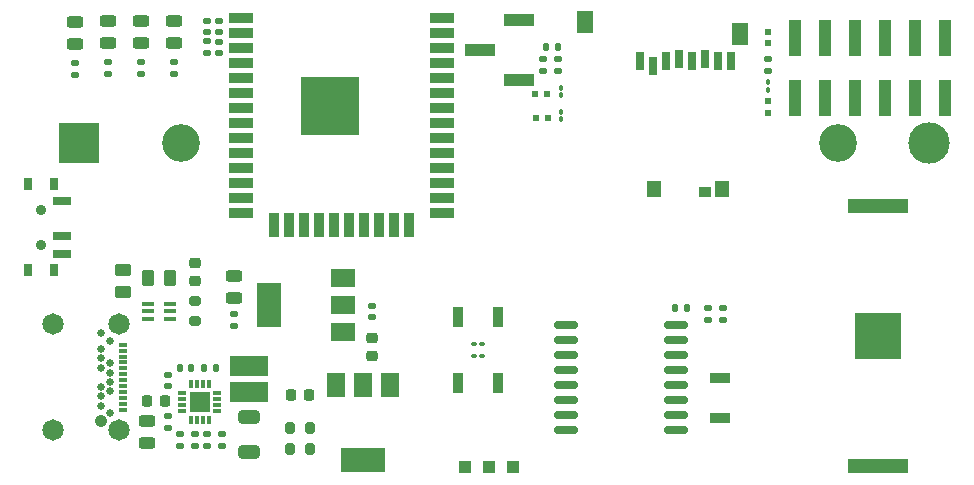
<source format=gbr>
%TF.GenerationSoftware,KiCad,Pcbnew,(6.0.2-0)*%
%TF.CreationDate,2022-09-10T16:34:37-06:00*%
%TF.ProjectId,Sensor Data Logger,53656e73-6f72-4204-9461-7461204c6f67,rev?*%
%TF.SameCoordinates,Original*%
%TF.FileFunction,Soldermask,Top*%
%TF.FilePolarity,Negative*%
%FSLAX46Y46*%
G04 Gerber Fmt 4.6, Leading zero omitted, Abs format (unit mm)*
G04 Created by KiCad (PCBNEW (6.0.2-0)) date 2022-09-10 16:34:37*
%MOMM*%
%LPD*%
G01*
G04 APERTURE LIST*
G04 Aperture macros list*
%AMRoundRect*
0 Rectangle with rounded corners*
0 $1 Rounding radius*
0 $2 $3 $4 $5 $6 $7 $8 $9 X,Y pos of 4 corners*
0 Add a 4 corners polygon primitive as box body*
4,1,4,$2,$3,$4,$5,$6,$7,$8,$9,$2,$3,0*
0 Add four circle primitives for the rounded corners*
1,1,$1+$1,$2,$3*
1,1,$1+$1,$4,$5*
1,1,$1+$1,$6,$7*
1,1,$1+$1,$8,$9*
0 Add four rect primitives between the rounded corners*
20,1,$1+$1,$2,$3,$4,$5,0*
20,1,$1+$1,$4,$5,$6,$7,0*
20,1,$1+$1,$6,$7,$8,$9,0*
20,1,$1+$1,$8,$9,$2,$3,0*%
G04 Aperture macros list end*
%ADD10RoundRect,0.200000X0.275000X-0.200000X0.275000X0.200000X-0.275000X0.200000X-0.275000X-0.200000X0*%
%ADD11R,0.500000X0.600000*%
%ADD12RoundRect,0.225000X0.250000X-0.225000X0.250000X0.225000X-0.250000X0.225000X-0.250000X-0.225000X0*%
%ADD13RoundRect,0.135000X0.185000X-0.135000X0.185000X0.135000X-0.185000X0.135000X-0.185000X-0.135000X0*%
%ADD14R,2.000000X1.500000*%
%ADD15R,2.000000X3.800000*%
%ADD16RoundRect,0.100000X-0.100000X0.130000X-0.100000X-0.130000X0.100000X-0.130000X0.100000X0.130000X0*%
%ADD17R,0.600000X0.500000*%
%ADD18RoundRect,0.100000X0.130000X0.100000X-0.130000X0.100000X-0.130000X-0.100000X0.130000X-0.100000X0*%
%ADD19C,0.900000*%
%ADD20R,0.800000X1.000000*%
%ADD21R,1.500000X0.700000*%
%ADD22RoundRect,0.243750X-0.456250X0.243750X-0.456250X-0.243750X0.456250X-0.243750X0.456250X0.243750X0*%
%ADD23R,1.000000X1.000000*%
%ADD24R,1.000000X3.150000*%
%ADD25R,0.900000X1.700000*%
%ADD26RoundRect,0.135000X-0.185000X0.135000X-0.185000X-0.135000X0.185000X-0.135000X0.185000X0.135000X0*%
%ADD27RoundRect,0.140000X-0.170000X0.140000X-0.170000X-0.140000X0.170000X-0.140000X0.170000X0.140000X0*%
%ADD28C,0.650000*%
%ADD29C,1.070000*%
%ADD30R,0.700000X0.350000*%
%ADD31C,1.815000*%
%ADD32RoundRect,0.140000X0.140000X0.170000X-0.140000X0.170000X-0.140000X-0.170000X0.140000X-0.170000X0*%
%ADD33RoundRect,0.140000X0.170000X-0.140000X0.170000X0.140000X-0.170000X0.140000X-0.170000X-0.140000X0*%
%ADD34R,1.300000X1.400000*%
%ADD35R,1.000000X0.950000*%
%ADD36R,1.400000X1.900000*%
%ADD37R,0.800000X1.500000*%
%ADD38RoundRect,0.135000X-0.135000X-0.185000X0.135000X-0.185000X0.135000X0.185000X-0.135000X0.185000X0*%
%ADD39R,5.080000X1.270000*%
%ADD40R,3.960000X3.960000*%
%ADD41RoundRect,0.225000X-0.225000X-0.250000X0.225000X-0.250000X0.225000X0.250000X-0.225000X0.250000X0*%
%ADD42R,1.700000X0.900000*%
%ADD43R,2.000000X0.900000*%
%ADD44R,0.900000X2.000000*%
%ADD45R,5.000000X5.000000*%
%ADD46R,1.050000X0.400000*%
%ADD47RoundRect,0.100000X-0.130000X-0.100000X0.130000X-0.100000X0.130000X0.100000X-0.130000X0.100000X0*%
%ADD48RoundRect,0.250000X-0.262500X-0.450000X0.262500X-0.450000X0.262500X0.450000X-0.262500X0.450000X0*%
%ADD49R,1.500000X2.000000*%
%ADD50R,3.800000X2.000000*%
%ADD51RoundRect,0.243750X0.456250X-0.243750X0.456250X0.243750X-0.456250X0.243750X-0.456250X-0.243750X0*%
%ADD52RoundRect,0.200000X-0.200000X-0.275000X0.200000X-0.275000X0.200000X0.275000X-0.200000X0.275000X0*%
%ADD53R,0.800000X0.300000*%
%ADD54R,0.300000X0.800000*%
%ADD55R,1.760000X1.760000*%
%ADD56RoundRect,0.250000X0.450000X-0.262500X0.450000X0.262500X-0.450000X0.262500X-0.450000X-0.262500X0*%
%ADD57RoundRect,0.250000X-0.650000X0.325000X-0.650000X-0.325000X0.650000X-0.325000X0.650000X0.325000X0*%
%ADD58R,2.510000X1.000000*%
%ADD59RoundRect,0.218750X0.218750X0.256250X-0.218750X0.256250X-0.218750X-0.256250X0.218750X-0.256250X0*%
%ADD60R,3.200000X1.750000*%
%ADD61RoundRect,0.150000X-0.875000X-0.150000X0.875000X-0.150000X0.875000X0.150000X-0.875000X0.150000X0*%
%ADD62RoundRect,0.140000X-0.140000X-0.170000X0.140000X-0.170000X0.140000X0.170000X-0.140000X0.170000X0*%
%ADD63C,3.200000*%
%ADD64R,3.500000X3.500000*%
%ADD65C,3.500000*%
G04 APERTURE END LIST*
D10*
%TO.C,R18*%
X134620000Y-83375000D03*
X134620000Y-81725000D03*
%TD*%
D11*
%TO.C,D3*%
X183134000Y-65778000D03*
X183134000Y-64778000D03*
%TD*%
D12*
%TO.C,C16*%
X134620000Y-80023000D03*
X134620000Y-78473000D03*
%TD*%
D13*
%TO.C,R1*%
X137922000Y-83820000D03*
X137922000Y-82800000D03*
%TD*%
D14*
%TO.C,U1*%
X147168000Y-84342000D03*
D15*
X140868000Y-82042000D03*
D14*
X147168000Y-82042000D03*
X147168000Y-79742000D03*
%TD*%
D16*
%TO.C,R6*%
X183134000Y-63180000D03*
X183134000Y-63820000D03*
%TD*%
D17*
%TO.C,D5*%
X163522000Y-66228000D03*
X164522000Y-66228000D03*
%TD*%
D18*
%TO.C,C6*%
X158894000Y-85344000D03*
X158254000Y-85344000D03*
%TD*%
D19*
%TO.C,SW4*%
X121590000Y-76938000D03*
D20*
X120490000Y-79088000D03*
X122700000Y-71788000D03*
D19*
X121590000Y-73938000D03*
D20*
X122700000Y-79088000D03*
X120490000Y-71788000D03*
D21*
X123350000Y-73188000D03*
X123350000Y-76188000D03*
X123350000Y-77688000D03*
%TD*%
D22*
%TO.C,D10*%
X130048000Y-57990500D03*
X130048000Y-59865500D03*
%TD*%
D13*
%TO.C,R21*%
X127254000Y-62486000D03*
X127254000Y-61466000D03*
%TD*%
%TO.C,R11*%
X132330000Y-92458000D03*
X132330000Y-91438000D03*
%TD*%
D23*
%TO.C,TP1*%
X157480000Y-95758000D03*
%TD*%
D24*
%TO.C,J1*%
X185420000Y-64486000D03*
X185420000Y-59436000D03*
X187960000Y-64486000D03*
X187960000Y-59436000D03*
X190500000Y-64486000D03*
X190500000Y-59436000D03*
X193040000Y-64486000D03*
X193040000Y-59436000D03*
X195580000Y-64486000D03*
X195580000Y-59436000D03*
X198120000Y-64486000D03*
X198120000Y-59436000D03*
%TD*%
D25*
%TO.C,SW2*%
X156929000Y-88591000D03*
X160329000Y-88591000D03*
%TD*%
D11*
%TO.C,D4*%
X183134000Y-59874000D03*
X183134000Y-58874000D03*
%TD*%
D26*
%TO.C,R12*%
X133346000Y-92964000D03*
X133346000Y-93984000D03*
%TD*%
D27*
%TO.C,C9*%
X164084000Y-61214000D03*
X164084000Y-62174000D03*
%TD*%
D13*
%TO.C,R4*%
X179324000Y-83314000D03*
X179324000Y-82294000D03*
%TD*%
D26*
%TO.C,R13*%
X135681500Y-92962000D03*
X135681500Y-93982000D03*
%TD*%
D28*
%TO.C,J6*%
X126702000Y-84413000D03*
D29*
X126702000Y-91863000D03*
D30*
X128512000Y-85388000D03*
X128512000Y-85888000D03*
X128512000Y-86388000D03*
X128512000Y-86888000D03*
X128512000Y-87388000D03*
X128512000Y-87888000D03*
X128512000Y-88388000D03*
X128512000Y-88888000D03*
X128512000Y-89388000D03*
X128512000Y-89888000D03*
X128512000Y-90388000D03*
X128512000Y-90888000D03*
D28*
X127402000Y-91188000D03*
X126702000Y-90538000D03*
X126702000Y-89738000D03*
X127402000Y-89338000D03*
X126702000Y-88938000D03*
X127402000Y-88538000D03*
X127402000Y-87738000D03*
X126702000Y-87338000D03*
X127402000Y-86938000D03*
X126702000Y-86538000D03*
X126702000Y-85738000D03*
X127402000Y-85088000D03*
D31*
X128202000Y-83638000D03*
X128202000Y-92638000D03*
X122602000Y-92638000D03*
X122602000Y-83638000D03*
%TD*%
D32*
%TO.C,C8*%
X176276000Y-82296000D03*
X175316000Y-82296000D03*
%TD*%
D23*
%TO.C,TP2*%
X159512000Y-95758000D03*
%TD*%
D33*
%TO.C,C5*%
X135636000Y-58900000D03*
X135636000Y-57940000D03*
%TD*%
D16*
%TO.C,R7*%
X165608000Y-65654000D03*
X165608000Y-66294000D03*
%TD*%
D13*
%TO.C,R23*%
X132842000Y-62486000D03*
X132842000Y-61466000D03*
%TD*%
D34*
%TO.C,J5*%
X179219000Y-72223000D03*
D35*
X177829000Y-72449000D03*
D34*
X173519000Y-72223000D03*
D36*
X180819000Y-59074000D03*
X167669000Y-58074000D03*
D37*
X172329000Y-61363000D03*
X173429000Y-61763000D03*
X174529000Y-61363000D03*
X175629000Y-61163000D03*
X176729000Y-61363000D03*
X177829000Y-61163000D03*
X178929000Y-61363000D03*
X180029000Y-61363000D03*
%TD*%
D38*
%TO.C,R8*%
X164336000Y-60198000D03*
X165356000Y-60198000D03*
%TD*%
D26*
%TO.C,R15*%
X136902000Y-92962000D03*
X136902000Y-93982000D03*
%TD*%
D39*
%TO.C,BT1*%
X192456000Y-73677500D03*
X192456000Y-95647500D03*
D40*
X192456000Y-84662500D03*
%TD*%
D41*
%TO.C,C11*%
X130539000Y-90170000D03*
X132089000Y-90170000D03*
%TD*%
D42*
%TO.C,SW3*%
X179070000Y-91616000D03*
X179070000Y-88216000D03*
%TD*%
D43*
%TO.C,U2*%
X138566000Y-57701000D03*
X138566000Y-58971000D03*
X138566000Y-60241000D03*
X138566000Y-61511000D03*
X138566000Y-62781000D03*
X138566000Y-64051000D03*
X138566000Y-65321000D03*
X138566000Y-66591000D03*
X138566000Y-67861000D03*
X138566000Y-69131000D03*
X138566000Y-70401000D03*
X138566000Y-71671000D03*
X138566000Y-72941000D03*
X138566000Y-74211000D03*
D44*
X141351000Y-75211000D03*
X142621000Y-75211000D03*
X143891000Y-75211000D03*
X145161000Y-75211000D03*
X146431000Y-75211000D03*
X147701000Y-75211000D03*
X148971000Y-75211000D03*
X150241000Y-75211000D03*
X151511000Y-75211000D03*
X152781000Y-75211000D03*
D43*
X155566000Y-74211000D03*
X155566000Y-72941000D03*
X155566000Y-71671000D03*
X155566000Y-70401000D03*
X155566000Y-69131000D03*
X155566000Y-67861000D03*
X155566000Y-66591000D03*
X155566000Y-65321000D03*
X155566000Y-64051000D03*
X155566000Y-62781000D03*
X155566000Y-61511000D03*
X155566000Y-60241000D03*
X155566000Y-58971000D03*
X155566000Y-57701000D03*
D45*
X146066000Y-65201000D03*
%TD*%
D27*
%TO.C,C2*%
X149606000Y-82070000D03*
X149606000Y-83030000D03*
%TD*%
D13*
%TO.C,R3*%
X124460000Y-62566500D03*
X124460000Y-61546500D03*
%TD*%
D46*
%TO.C,Q2*%
X130622000Y-81900000D03*
X130622000Y-82550000D03*
X130622000Y-83200000D03*
X132522000Y-83200000D03*
X132522000Y-82550000D03*
X132522000Y-81900000D03*
%TD*%
D33*
%TO.C,C4*%
X136652000Y-58900000D03*
X136652000Y-57940000D03*
%TD*%
D47*
%TO.C,C7*%
X158267000Y-86305000D03*
X158907000Y-86305000D03*
%TD*%
D17*
%TO.C,D6*%
X163447000Y-64196000D03*
X164447000Y-64196000D03*
%TD*%
D48*
%TO.C,R20*%
X130659500Y-79756000D03*
X132484500Y-79756000D03*
%TD*%
D22*
%TO.C,D9*%
X127254000Y-57990500D03*
X127254000Y-59865500D03*
%TD*%
D49*
%TO.C,Q1*%
X151153750Y-88812000D03*
X148853750Y-88812000D03*
D50*
X148853750Y-95112000D03*
D49*
X146553750Y-88812000D03*
%TD*%
D51*
%TO.C,D7*%
X130552000Y-93726000D03*
X130552000Y-91851000D03*
%TD*%
D52*
%TO.C,R16*%
X142698750Y-92470000D03*
X144348750Y-92470000D03*
%TD*%
D53*
%TO.C,IC1*%
X133540000Y-89483000D03*
X133540000Y-89983000D03*
X133540000Y-90483000D03*
X133540000Y-90983000D03*
D54*
X134290000Y-91733000D03*
X134790000Y-91733000D03*
X135290000Y-91733000D03*
X135790000Y-91733000D03*
D53*
X136540000Y-90983000D03*
X136540000Y-90483000D03*
X136540000Y-89983000D03*
X136540000Y-89483000D03*
D54*
X135790000Y-88733000D03*
X135290000Y-88733000D03*
X134790000Y-88733000D03*
X134290000Y-88733000D03*
D55*
X135040000Y-90233000D03*
%TD*%
D22*
%TO.C,D2*%
X124460000Y-58069000D03*
X124460000Y-59944000D03*
%TD*%
D56*
%TO.C,R19*%
X128524000Y-80922500D03*
X128524000Y-79097500D03*
%TD*%
D22*
%TO.C,D11*%
X132842000Y-57990500D03*
X132842000Y-59865500D03*
%TD*%
D27*
%TO.C,C10*%
X165354000Y-61214000D03*
X165354000Y-62174000D03*
%TD*%
D13*
%TO.C,R22*%
X130048000Y-62486000D03*
X130048000Y-61466000D03*
%TD*%
D57*
%TO.C,C15*%
X139188000Y-91540000D03*
X139188000Y-94490000D03*
%TD*%
D25*
%TO.C,SW1*%
X160274000Y-83058000D03*
X156874000Y-83058000D03*
%TD*%
D13*
%TO.C,R10*%
X183134000Y-62232000D03*
X183134000Y-61212000D03*
%TD*%
D26*
%TO.C,R14*%
X134616000Y-92962000D03*
X134616000Y-93982000D03*
%TD*%
%TO.C,R5*%
X178054000Y-82294000D03*
X178054000Y-83314000D03*
%TD*%
D58*
%TO.C,J4*%
X162060000Y-62992000D03*
X158750000Y-60452000D03*
X162060000Y-57912000D03*
%TD*%
D59*
%TO.C,D8*%
X144311250Y-89662000D03*
X142736250Y-89662000D03*
%TD*%
D32*
%TO.C,C13*%
X134334000Y-87376000D03*
X133374000Y-87376000D03*
%TD*%
D60*
%TO.C,L1*%
X139188000Y-87210000D03*
X139188000Y-89410000D03*
%TD*%
D22*
%TO.C,D1*%
X137922000Y-79580500D03*
X137922000Y-81455500D03*
%TD*%
D23*
%TO.C,TP3*%
X161544000Y-95758000D03*
%TD*%
D52*
%TO.C,R17*%
X142698750Y-94234000D03*
X144348750Y-94234000D03*
%TD*%
D61*
%TO.C,U3*%
X166038000Y-83693000D03*
X166038000Y-84963000D03*
X166038000Y-86233000D03*
X166038000Y-87503000D03*
X166038000Y-88773000D03*
X166038000Y-90043000D03*
X166038000Y-91313000D03*
X166038000Y-92583000D03*
X175338000Y-92583000D03*
X175338000Y-91313000D03*
X175338000Y-90043000D03*
X175338000Y-88773000D03*
X175338000Y-87503000D03*
X175338000Y-86233000D03*
X175338000Y-84963000D03*
X175338000Y-83693000D03*
%TD*%
D27*
%TO.C,C3*%
X136652000Y-59746000D03*
X136652000Y-60706000D03*
%TD*%
D12*
%TO.C,C1*%
X149606000Y-86373000D03*
X149606000Y-84823000D03*
%TD*%
D27*
%TO.C,C12*%
X132330000Y-87912000D03*
X132330000Y-88872000D03*
%TD*%
D62*
%TO.C,C14*%
X135434000Y-87376000D03*
X136394000Y-87376000D03*
%TD*%
D16*
%TO.C,R9*%
X165608000Y-63622000D03*
X165608000Y-64262000D03*
%TD*%
D13*
%TO.C,R2*%
X135636000Y-60708000D03*
X135636000Y-59688000D03*
%TD*%
D63*
%TO.C,BT2*%
X133427000Y-68326000D03*
X189037000Y-68326000D03*
D64*
X124782000Y-68326000D03*
D65*
X196782000Y-68326000D03*
%TD*%
M02*

</source>
